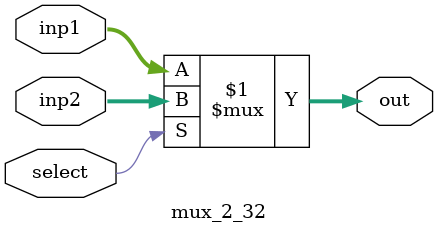
<source format=sv>
`timescale 1ns/1ns
module mux_2_32(input [31:0] inp1, inp2,input select, output[31:0] out);
  assign out = select ? inp2 : inp1;
endmodule
</source>
